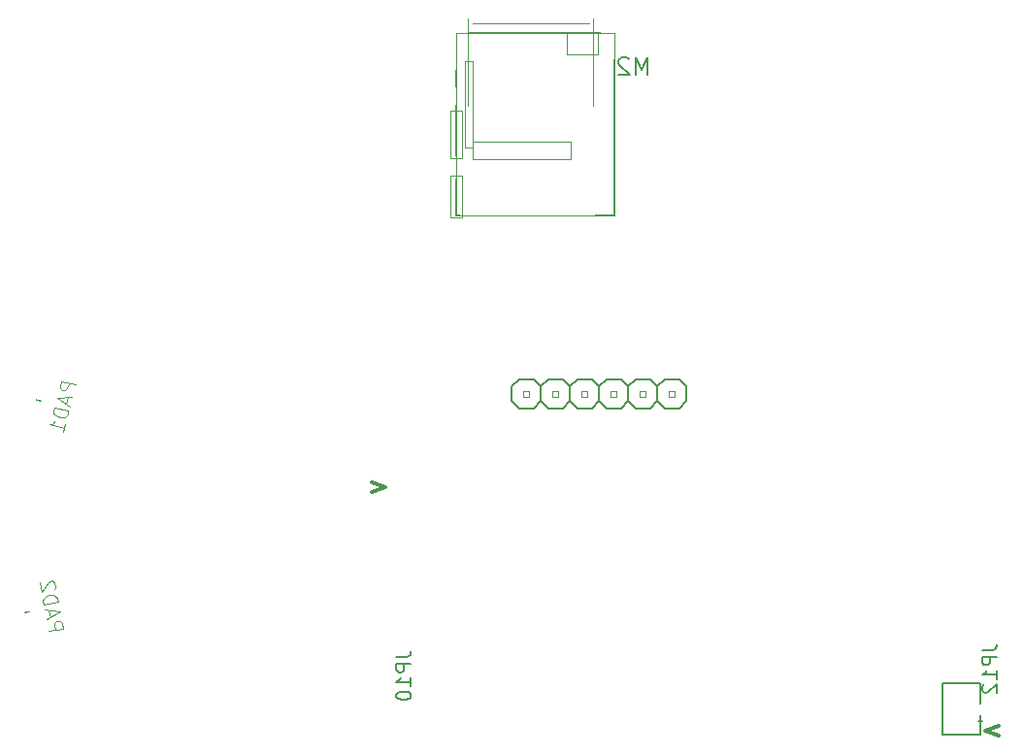
<source format=gbo>
G04 #@! TF.FileFunction,Legend,Bot*
%FSLAX46Y46*%
G04 Gerber Fmt 4.6, Leading zero omitted, Abs format (unit mm)*
G04 Created by KiCad (PCBNEW 4.0.1-stable) date 2017/06/17 11:06:07*
%MOMM*%
G01*
G04 APERTURE LIST*
%ADD10C,0.100000*%
%ADD11C,0.300000*%
%ADD12C,0.066040*%
%ADD13C,0.152400*%
%ADD14C,0.149860*%
%ADD15C,0.048260*%
%ADD16C,0.150000*%
%ADD17C,0.101600*%
%ADD18C,0.000001*%
%ADD19C,0.127000*%
G04 APERTURE END LIST*
D10*
D11*
X113678571Y-98178571D02*
X114821428Y-98607143D01*
X113678571Y-99035714D01*
X168321429Y-119428571D02*
X167178572Y-119857143D01*
X168321429Y-120285714D01*
D12*
X137056000Y-90246000D02*
X137564000Y-90246000D01*
X137564000Y-90246000D02*
X137564000Y-90754000D01*
X137056000Y-90754000D02*
X137564000Y-90754000D01*
X137056000Y-90246000D02*
X137056000Y-90754000D01*
X134516000Y-90246000D02*
X135024000Y-90246000D01*
X135024000Y-90246000D02*
X135024000Y-90754000D01*
X134516000Y-90754000D02*
X135024000Y-90754000D01*
X134516000Y-90246000D02*
X134516000Y-90754000D01*
X131976000Y-90246000D02*
X132484000Y-90246000D01*
X132484000Y-90246000D02*
X132484000Y-90754000D01*
X131976000Y-90754000D02*
X132484000Y-90754000D01*
X131976000Y-90246000D02*
X131976000Y-90754000D01*
X129436000Y-90246000D02*
X129944000Y-90246000D01*
X129944000Y-90246000D02*
X129944000Y-90754000D01*
X129436000Y-90754000D02*
X129944000Y-90754000D01*
X129436000Y-90246000D02*
X129436000Y-90754000D01*
X126896000Y-90246000D02*
X127404000Y-90246000D01*
X127404000Y-90246000D02*
X127404000Y-90754000D01*
X126896000Y-90754000D02*
X127404000Y-90754000D01*
X126896000Y-90246000D02*
X126896000Y-90754000D01*
X139596000Y-90246000D02*
X140104000Y-90246000D01*
X140104000Y-90246000D02*
X140104000Y-90754000D01*
X139596000Y-90754000D02*
X140104000Y-90754000D01*
X139596000Y-90246000D02*
X139596000Y-90754000D01*
D13*
X134135000Y-91770000D02*
X135405000Y-91770000D01*
X135405000Y-91770000D02*
X136040000Y-91135000D01*
X136040000Y-91135000D02*
X136040000Y-89865000D01*
X136040000Y-89865000D02*
X135405000Y-89230000D01*
X136040000Y-91135000D02*
X136675000Y-91770000D01*
X136675000Y-91770000D02*
X137945000Y-91770000D01*
X137945000Y-91770000D02*
X138580000Y-91135000D01*
X138580000Y-91135000D02*
X138580000Y-89865000D01*
X138580000Y-89865000D02*
X137945000Y-89230000D01*
X137945000Y-89230000D02*
X136675000Y-89230000D01*
X136675000Y-89230000D02*
X136040000Y-89865000D01*
X130960000Y-91135000D02*
X131595000Y-91770000D01*
X131595000Y-91770000D02*
X132865000Y-91770000D01*
X132865000Y-91770000D02*
X133500000Y-91135000D01*
X133500000Y-91135000D02*
X133500000Y-89865000D01*
X133500000Y-89865000D02*
X132865000Y-89230000D01*
X132865000Y-89230000D02*
X131595000Y-89230000D01*
X131595000Y-89230000D02*
X130960000Y-89865000D01*
X134135000Y-91770000D02*
X133500000Y-91135000D01*
X133500000Y-89865000D02*
X134135000Y-89230000D01*
X135405000Y-89230000D02*
X134135000Y-89230000D01*
X126515000Y-91770000D02*
X127785000Y-91770000D01*
X127785000Y-91770000D02*
X128420000Y-91135000D01*
X128420000Y-91135000D02*
X128420000Y-89865000D01*
X128420000Y-89865000D02*
X127785000Y-89230000D01*
X128420000Y-91135000D02*
X129055000Y-91770000D01*
X129055000Y-91770000D02*
X130325000Y-91770000D01*
X130325000Y-91770000D02*
X130960000Y-91135000D01*
X130960000Y-91135000D02*
X130960000Y-89865000D01*
X130960000Y-89865000D02*
X130325000Y-89230000D01*
X130325000Y-89230000D02*
X129055000Y-89230000D01*
X129055000Y-89230000D02*
X128420000Y-89865000D01*
X125880000Y-91135000D02*
X125880000Y-89865000D01*
X126515000Y-91770000D02*
X125880000Y-91135000D01*
X125880000Y-89865000D02*
X126515000Y-89230000D01*
X127785000Y-89230000D02*
X126515000Y-89230000D01*
X139215000Y-91770000D02*
X140485000Y-91770000D01*
X140485000Y-91770000D02*
X141120000Y-91135000D01*
X141120000Y-91135000D02*
X141120000Y-89865000D01*
X141120000Y-89865000D02*
X140485000Y-89230000D01*
X139215000Y-91770000D02*
X138580000Y-91135000D01*
X138580000Y-89865000D02*
X139215000Y-89230000D01*
X140485000Y-89230000D02*
X139215000Y-89230000D01*
D14*
X121000140Y-71700000D02*
X121000140Y-74948660D01*
X133098160Y-74948660D02*
X134848220Y-74948660D01*
X134848220Y-74948660D02*
X134848220Y-61298700D01*
X133598540Y-59000000D02*
X122000900Y-59000000D01*
X121401460Y-74948660D02*
X121000140Y-74948660D01*
X121000140Y-63699000D02*
X121000140Y-62197860D01*
X121000140Y-65299200D02*
X121000140Y-69698480D01*
D10*
X122000900Y-65350000D02*
X122000900Y-57730000D01*
X132999100Y-65350000D02*
X132999100Y-57730000D01*
D15*
X122420000Y-58202440D02*
X132580000Y-58202440D01*
D10*
X121000140Y-74948660D02*
X134848220Y-74948660D01*
X134848220Y-74948660D02*
X134848220Y-59000000D01*
X121000140Y-59000000D02*
X121000140Y-74948660D01*
X134848220Y-59000000D02*
X121000140Y-59000000D01*
X120502300Y-69949940D02*
X121500520Y-69949940D01*
X121500520Y-69949940D02*
X121500520Y-65799580D01*
X121500520Y-65799580D02*
X120502300Y-65799580D01*
X120502300Y-65799580D02*
X120502300Y-69949940D01*
X120502300Y-75098520D02*
X121500520Y-75098520D01*
X121500520Y-75098520D02*
X121500520Y-71448540D01*
X121500520Y-71448540D02*
X120502300Y-71448540D01*
X120502300Y-71448540D02*
X120502300Y-75098520D01*
X121800240Y-61499360D02*
X122501280Y-61499360D01*
X122501280Y-61499360D02*
X122501280Y-68999980D01*
X122501280Y-68999980D02*
X121800240Y-68999980D01*
X121800240Y-68999980D02*
X121800240Y-61499360D01*
X130697860Y-60849120D02*
X133397880Y-60849120D01*
X133397880Y-60849120D02*
X133397880Y-59000000D01*
X133397880Y-59000000D02*
X130697860Y-59000000D01*
X130697860Y-59000000D02*
X130697860Y-60849120D01*
X122501280Y-69998200D02*
X130997580Y-69998200D01*
X130997580Y-69998200D02*
X130997580Y-68499600D01*
X130997580Y-68499600D02*
X122501280Y-68499600D01*
X122501280Y-68499600D02*
X122501280Y-69998200D01*
D16*
X166600000Y-119000000D02*
X166900000Y-119000000D01*
X166700000Y-117500000D02*
X166700000Y-115700000D01*
X166700000Y-120200000D02*
X166700000Y-118500000D01*
X166700000Y-120200000D02*
X163400000Y-120200000D01*
X163400000Y-120200000D02*
X163400000Y-115700000D01*
X163400000Y-115700000D02*
X166700000Y-115700000D01*
D17*
X85450972Y-111203767D02*
X86701677Y-110983234D01*
X86617665Y-110506775D01*
X86537104Y-110398161D01*
X86467046Y-110349106D01*
X86337429Y-110310552D01*
X86158757Y-110342056D01*
X86050143Y-110422617D01*
X86001087Y-110492675D01*
X85962533Y-110622292D01*
X86046546Y-111098751D01*
X85598284Y-109949609D02*
X85493268Y-109354035D01*
X85261943Y-110131734D02*
X86439138Y-109494298D01*
X85114921Y-109297930D01*
X85041410Y-108881028D02*
X86292116Y-108660495D01*
X86239608Y-108362708D01*
X86148546Y-108194538D01*
X86008428Y-108096425D01*
X85878811Y-108057871D01*
X85630080Y-108040320D01*
X85451408Y-108071825D01*
X85223680Y-108173389D01*
X85115067Y-108253949D01*
X85016955Y-108394068D01*
X84988902Y-108583241D01*
X85041410Y-108881028D01*
X85962970Y-107490349D02*
X86012025Y-107420291D01*
X86050580Y-107290675D01*
X85998072Y-106992887D01*
X85917511Y-106884274D01*
X85847452Y-106835218D01*
X85717835Y-106796664D01*
X85598721Y-106817667D01*
X85430550Y-106908729D01*
X84841880Y-107749437D01*
X84705359Y-106975191D01*
D18*
X83795788Y-109446616D02*
X83794243Y-109472680D01*
X83786329Y-109455654D01*
X83784714Y-109474360D01*
X83774348Y-109450396D01*
X83769228Y-109477091D02*
X83764818Y-109452077D01*
X83743024Y-109481712D02*
X83749262Y-109468330D01*
X83757317Y-109479191D02*
X83752906Y-109454177D01*
X83743377Y-109455857D01*
X83741205Y-109457469D01*
X83740225Y-109458871D01*
X83739453Y-109461463D01*
X83740083Y-109465036D01*
X83741695Y-109467208D01*
X83743096Y-109468190D01*
X83745688Y-109468960D01*
X83755217Y-109467280D01*
X83729993Y-109470500D02*
X83721655Y-109471970D01*
X83720392Y-109485702D02*
X83732303Y-109483602D01*
X83727892Y-109458588D01*
X83715981Y-109460688D01*
X83709671Y-109487592D02*
X83705260Y-109462578D01*
X83695731Y-109464259D01*
X83693559Y-109465870D01*
X83692579Y-109467272D01*
X83691807Y-109469864D01*
X83692437Y-109473437D01*
X83694049Y-109475609D01*
X83695450Y-109476591D01*
X83698042Y-109477361D01*
X83707571Y-109475681D01*
X83684588Y-109484646D02*
X83672677Y-109486747D01*
X83688231Y-109491373D02*
X83675482Y-109467829D01*
X83671555Y-109494313D01*
X83663217Y-109495784D02*
X83658806Y-109470770D01*
X83652851Y-109471820D01*
X83649487Y-109473641D01*
X83647525Y-109476444D01*
X83646754Y-109479036D01*
X83646403Y-109484010D01*
X83647033Y-109487584D01*
X83649065Y-109492139D01*
X83650676Y-109494311D01*
X83653478Y-109496273D01*
X83657262Y-109496834D01*
X83663217Y-109495784D01*
X83639184Y-109498794D02*
X83635820Y-109500614D01*
X83629865Y-109501664D01*
X83627273Y-109500894D01*
X83625871Y-109499912D01*
X83624261Y-109497740D01*
X83623841Y-109495358D01*
X83624611Y-109492766D01*
X83625593Y-109491365D01*
X83627765Y-109489753D01*
X83632320Y-109487722D01*
X83634492Y-109486111D01*
X83635472Y-109484710D01*
X83636244Y-109482118D01*
X83635824Y-109479736D01*
X83634212Y-109477563D01*
X83632811Y-109476582D01*
X83630219Y-109475810D01*
X83624263Y-109476860D01*
X83620900Y-109478682D01*
X83614380Y-109504395D02*
X83609970Y-109479381D01*
X83604783Y-109498718D01*
X83593294Y-109482321D01*
X83597704Y-109507335D01*
X83585792Y-109509436D02*
X83581382Y-109484422D01*
X83575426Y-109485472D01*
X83572063Y-109487293D01*
X83570100Y-109490096D01*
X83569330Y-109492688D01*
X83568978Y-109497663D01*
X83569609Y-109501236D01*
X83571640Y-109505791D01*
X83573251Y-109507963D01*
X83576053Y-109509925D01*
X83579837Y-109510486D01*
X83585792Y-109509436D01*
X83557979Y-109491005D02*
X83556578Y-109490024D01*
X83553985Y-109489252D01*
X83548030Y-109490302D01*
X83545858Y-109491914D01*
X83544876Y-109493316D01*
X83544106Y-109495908D01*
X83544526Y-109498290D01*
X83546346Y-109501653D01*
X83563160Y-109513426D01*
X83547676Y-109516157D01*
X83543332Y-109519380D02*
X83524274Y-109522740D01*
X83501576Y-109498493D02*
X83513487Y-109496393D01*
X83516779Y-109508095D01*
X83515377Y-109507114D01*
X83512785Y-109506343D01*
X83506830Y-109507393D01*
X83504658Y-109509004D01*
X83503676Y-109510406D01*
X83502906Y-109512998D01*
X83503956Y-109518953D01*
X83505566Y-109521125D01*
X83506968Y-109522107D01*
X83509560Y-109522877D01*
X83515515Y-109521827D01*
X83517688Y-109520217D01*
X83518669Y-109518815D01*
X83480415Y-109510822D02*
X83483355Y-109527498D01*
X83484690Y-109500243D02*
X83493797Y-109517060D01*
X83478311Y-109519791D01*
X83468572Y-109520279D02*
X83449514Y-109523640D01*
X83422960Y-109512355D02*
X83434872Y-109510255D01*
X83438164Y-109521957D01*
X83436762Y-109520976D01*
X83434170Y-109520205D01*
X83428215Y-109521255D01*
X83426042Y-109522866D01*
X83425061Y-109524268D01*
X83424290Y-109526860D01*
X83425340Y-109532815D01*
X83426951Y-109534987D01*
X83428353Y-109535969D01*
X83430945Y-109536739D01*
X83436900Y-109535689D01*
X83439072Y-109534079D01*
X83440054Y-109532677D01*
X83421836Y-109540803D02*
X83402778Y-109544163D01*
X83387227Y-109518656D02*
X83384844Y-109519076D01*
X83382672Y-109520688D01*
X83381692Y-109522090D01*
X83380920Y-109524682D01*
X83380570Y-109529656D01*
X83381620Y-109535612D01*
X83383650Y-109540166D01*
X83385262Y-109542338D01*
X83386663Y-109543320D01*
X83389255Y-109544090D01*
X83391637Y-109543670D01*
X83393810Y-109542060D01*
X83394791Y-109540658D01*
X83395562Y-109538066D01*
X83395913Y-109533091D01*
X83394863Y-109527136D01*
X83392831Y-109522582D01*
X83391221Y-109520409D01*
X83389819Y-109519428D01*
X83387227Y-109518656D01*
X83366486Y-109533367D02*
X83368658Y-109531757D01*
X83369639Y-109530355D01*
X83370411Y-109527763D01*
X83370201Y-109526572D01*
X83368589Y-109524400D01*
X83367188Y-109523418D01*
X83364596Y-109522647D01*
X83359831Y-109523487D01*
X83357659Y-109525099D01*
X83356678Y-109526500D01*
X83355907Y-109529092D01*
X83356117Y-109530283D01*
X83357728Y-109532455D01*
X83359129Y-109533437D01*
X83361722Y-109534207D01*
X83366486Y-109533367D01*
X83369078Y-109534139D01*
X83370479Y-109535120D01*
X83372091Y-109537292D01*
X83372931Y-109542056D01*
X83372159Y-109544649D01*
X83371179Y-109546050D01*
X83369006Y-109547661D01*
X83364242Y-109548501D01*
X83361650Y-109547730D01*
X83360248Y-109546749D01*
X83358637Y-109544577D01*
X83357797Y-109539812D01*
X83358568Y-109537220D01*
X83359549Y-109535819D01*
X83361722Y-109534207D01*
D19*
X115804524Y-113436905D02*
X116711667Y-113436905D01*
X116893095Y-113376429D01*
X117014048Y-113255477D01*
X117074524Y-113074048D01*
X117074524Y-112953096D01*
X117074524Y-114041667D02*
X115804524Y-114041667D01*
X115804524Y-114525476D01*
X115865000Y-114646429D01*
X115925476Y-114706905D01*
X116046429Y-114767381D01*
X116227857Y-114767381D01*
X116348810Y-114706905D01*
X116409286Y-114646429D01*
X116469762Y-114525476D01*
X116469762Y-114041667D01*
X117074524Y-115976905D02*
X117074524Y-115251191D01*
X117074524Y-115614048D02*
X115804524Y-115614048D01*
X115985952Y-115493096D01*
X116106905Y-115372143D01*
X116167381Y-115251191D01*
X115804524Y-116763096D02*
X115804524Y-116884048D01*
X115865000Y-117005000D01*
X115925476Y-117065477D01*
X116046429Y-117125953D01*
X116288333Y-117186429D01*
X116590714Y-117186429D01*
X116832619Y-117125953D01*
X116953571Y-117065477D01*
X117014048Y-117005000D01*
X117074524Y-116884048D01*
X117074524Y-116763096D01*
X117014048Y-116642143D01*
X116953571Y-116581667D01*
X116832619Y-116521191D01*
X116590714Y-116460715D01*
X116288333Y-116460715D01*
X116046429Y-116521191D01*
X115925476Y-116581667D01*
X115865000Y-116642143D01*
X115804524Y-116763096D01*
D16*
X137733714Y-62689429D02*
X137733714Y-61165429D01*
X137225714Y-62254000D01*
X136717714Y-61165429D01*
X136717714Y-62689429D01*
X136064571Y-61310571D02*
X135992000Y-61238000D01*
X135846857Y-61165429D01*
X135484000Y-61165429D01*
X135338857Y-61238000D01*
X135266286Y-61310571D01*
X135193714Y-61455714D01*
X135193714Y-61600857D01*
X135266286Y-61818571D01*
X136137143Y-62689429D01*
X135193714Y-62689429D01*
D17*
X87802781Y-89704155D02*
X86576055Y-89375455D01*
X86450836Y-89842779D01*
X86477947Y-89975263D01*
X86520710Y-90049330D01*
X86621889Y-90139051D01*
X86797135Y-90186008D01*
X86929619Y-90158897D01*
X87003687Y-90116134D01*
X87093407Y-90014955D01*
X87218626Y-89547631D01*
X87139240Y-90778552D02*
X86982716Y-91362707D01*
X87521038Y-90755634D02*
X86184745Y-90835843D01*
X87301905Y-91573452D01*
X87192338Y-91982360D02*
X85965612Y-91653660D01*
X85887350Y-91945737D01*
X85898808Y-92136636D01*
X85984334Y-92284772D01*
X86085514Y-92374492D01*
X86303523Y-92495517D01*
X86478769Y-92542474D01*
X86728084Y-92546669D01*
X86860567Y-92519558D01*
X87008704Y-92434031D01*
X87114076Y-92274438D01*
X87192338Y-91982360D01*
X86691461Y-93851656D02*
X86879290Y-93150671D01*
X86785376Y-93501163D02*
X85558650Y-93172463D01*
X85765201Y-93102590D01*
X85913337Y-93017063D01*
X86003057Y-92915885D01*
D18*
X84790636Y-91076623D02*
X84778221Y-91099592D01*
X84778244Y-91080816D01*
X84768875Y-91097088D01*
X84769607Y-91070988D01*
X84753686Y-91093018D02*
X84760260Y-91068483D01*
X84727983Y-91086131D02*
X84739292Y-91076639D01*
X84742003Y-91089887D02*
X84748577Y-91065353D01*
X84739231Y-91062849D01*
X84736581Y-91063391D01*
X84735100Y-91064247D01*
X84733305Y-91066271D01*
X84732366Y-91069775D01*
X84732909Y-91072425D01*
X84733763Y-91073906D01*
X84735787Y-91075700D01*
X84745133Y-91078205D01*
X84720912Y-91070463D02*
X84712734Y-91068272D01*
X84705785Y-91080183D02*
X84717468Y-91083313D01*
X84724042Y-91058779D01*
X84712359Y-91055648D01*
X84695270Y-91077365D02*
X84701844Y-91052831D01*
X84692498Y-91050327D01*
X84689848Y-91050869D01*
X84688367Y-91051725D01*
X84686573Y-91053749D01*
X84685634Y-91057253D01*
X84686176Y-91059903D01*
X84687031Y-91061384D01*
X84689055Y-91063178D01*
X84698401Y-91065683D01*
X84673783Y-91064095D02*
X84662100Y-91060965D01*
X84674241Y-91071731D02*
X84672637Y-91045005D01*
X84657885Y-91067348D01*
X84649707Y-91065157D02*
X84656281Y-91040622D01*
X84650440Y-91039057D01*
X84646621Y-91039287D01*
X84643659Y-91040997D01*
X84641865Y-91043021D01*
X84639444Y-91047381D01*
X84638504Y-91050886D01*
X84638421Y-91055872D01*
X84638963Y-91058522D01*
X84640673Y-91061485D01*
X84643866Y-91063592D01*
X84649707Y-91065157D01*
X84626654Y-91057728D02*
X84622836Y-91057957D01*
X84616995Y-91056392D01*
X84614971Y-91054598D01*
X84614115Y-91053116D01*
X84613574Y-91050466D01*
X84614200Y-91048130D01*
X84615994Y-91046106D01*
X84617475Y-91045251D01*
X84620125Y-91044709D01*
X84625111Y-91044793D01*
X84627761Y-91044250D01*
X84629242Y-91043395D01*
X84631036Y-91041372D01*
X84631663Y-91039035D01*
X84631120Y-91036386D01*
X84630265Y-91034904D01*
X84628242Y-91033109D01*
X84622400Y-91031544D01*
X84618582Y-91031774D01*
X84601806Y-91052322D02*
X84608380Y-91027787D01*
X84595507Y-91043121D01*
X84592024Y-91023405D01*
X84585450Y-91047939D01*
X84573767Y-91044809D02*
X84580341Y-91020274D01*
X84574500Y-91018709D01*
X84570681Y-91018939D01*
X84567718Y-91020649D01*
X84565925Y-91022673D01*
X84563504Y-91027033D01*
X84562564Y-91030538D01*
X84562481Y-91035524D01*
X84563023Y-91038174D01*
X84564733Y-91041136D01*
X84567926Y-91043244D01*
X84573767Y-91044809D01*
X84556348Y-91016351D02*
X84555493Y-91014869D01*
X84553469Y-91013074D01*
X84547629Y-91011509D01*
X84544979Y-91012052D01*
X84543497Y-91012907D01*
X84541703Y-91014931D01*
X84541077Y-91017267D01*
X84541306Y-91021085D01*
X84551569Y-91038861D01*
X84536381Y-91034791D01*
X84531082Y-91035877D02*
X84512389Y-91030868D01*
X84502065Y-90999300D02*
X84513748Y-91002431D01*
X84511786Y-91014428D01*
X84510930Y-91012946D01*
X84508907Y-91011152D01*
X84503066Y-91009587D01*
X84500416Y-91010128D01*
X84498934Y-91010984D01*
X84497140Y-91013008D01*
X84495575Y-91018849D01*
X84496117Y-91021498D01*
X84496973Y-91022980D01*
X84498996Y-91024774D01*
X84504837Y-91026339D01*
X84507487Y-91025797D01*
X84508969Y-91024942D01*
X84477676Y-91001531D02*
X84473294Y-91017887D01*
X84486022Y-90993750D02*
X84487168Y-91012840D01*
X84471980Y-91008770D01*
X84462947Y-91005097D02*
X84444254Y-91000089D01*
X84424957Y-90978639D02*
X84436640Y-90981770D01*
X84434678Y-90993767D01*
X84433822Y-90992285D01*
X84431799Y-90990491D01*
X84425958Y-90988926D01*
X84423308Y-90989467D01*
X84421826Y-90990323D01*
X84420032Y-90992347D01*
X84418467Y-90998188D01*
X84419009Y-91000837D01*
X84419865Y-91002319D01*
X84421888Y-91004113D01*
X84427729Y-91005678D01*
X84430379Y-91005136D01*
X84431861Y-91004281D01*
X84411916Y-91003946D02*
X84393223Y-90998938D01*
X84389908Y-90969248D02*
X84387572Y-90968622D01*
X84384922Y-90969165D01*
X84383441Y-90970020D01*
X84381646Y-90972044D01*
X84379226Y-90976404D01*
X84377661Y-90982245D01*
X84377577Y-90987231D01*
X84378119Y-90989881D01*
X84378974Y-90991362D01*
X84380998Y-90993156D01*
X84383334Y-90993782D01*
X84385984Y-90993241D01*
X84387466Y-90992385D01*
X84389260Y-90990361D01*
X84391681Y-90986001D01*
X84393246Y-90980161D01*
X84393329Y-90975174D01*
X84392787Y-90972525D01*
X84391932Y-90971043D01*
X84389908Y-90969248D01*
X84364894Y-90973815D02*
X84367543Y-90973274D01*
X84369024Y-90972418D01*
X84370819Y-90970394D01*
X84371132Y-90969227D01*
X84370589Y-90966577D01*
X84369735Y-90965095D01*
X84367711Y-90963300D01*
X84363038Y-90962048D01*
X84360388Y-90962591D01*
X84358906Y-90963446D01*
X84357113Y-90965470D01*
X84356800Y-90966638D01*
X84357341Y-90969287D01*
X84358197Y-90970769D01*
X84360221Y-90972563D01*
X84364894Y-90973815D01*
X84366917Y-90975610D01*
X84367772Y-90977091D01*
X84368315Y-90979741D01*
X84367063Y-90984414D01*
X84365268Y-90986437D01*
X84363787Y-90987293D01*
X84361137Y-90987835D01*
X84356464Y-90986583D01*
X84354441Y-90984789D01*
X84353585Y-90983307D01*
X84353043Y-90980657D01*
X84354295Y-90975984D01*
X84356089Y-90973961D01*
X84357571Y-90973106D01*
X84360221Y-90972563D01*
D19*
X166904524Y-112836905D02*
X167811667Y-112836905D01*
X167993095Y-112776429D01*
X168114048Y-112655477D01*
X168174524Y-112474048D01*
X168174524Y-112353096D01*
X168174524Y-113441667D02*
X166904524Y-113441667D01*
X166904524Y-113925476D01*
X166965000Y-114046429D01*
X167025476Y-114106905D01*
X167146429Y-114167381D01*
X167327857Y-114167381D01*
X167448810Y-114106905D01*
X167509286Y-114046429D01*
X167569762Y-113925476D01*
X167569762Y-113441667D01*
X168174524Y-115376905D02*
X168174524Y-114651191D01*
X168174524Y-115014048D02*
X166904524Y-115014048D01*
X167085952Y-114893096D01*
X167206905Y-114772143D01*
X167267381Y-114651191D01*
X167025476Y-115860715D02*
X166965000Y-115921191D01*
X166904524Y-116042143D01*
X166904524Y-116344524D01*
X166965000Y-116465477D01*
X167025476Y-116525953D01*
X167146429Y-116586429D01*
X167267381Y-116586429D01*
X167448810Y-116525953D01*
X168174524Y-115800239D01*
X168174524Y-116586429D01*
M02*

</source>
